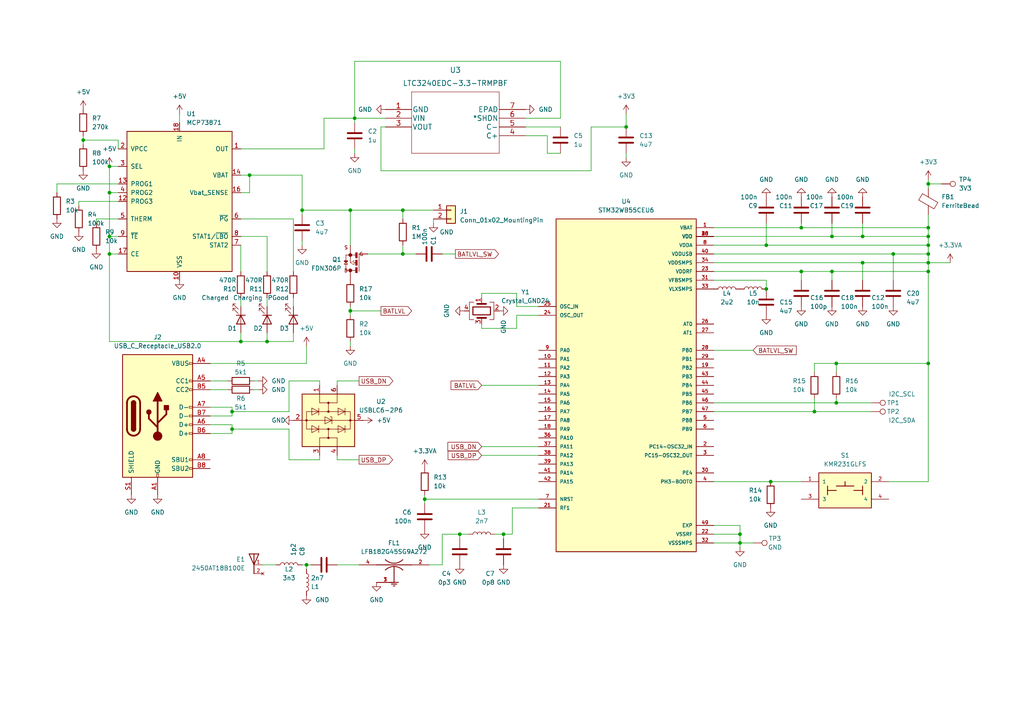
<source format=kicad_sch>
(kicad_sch (version 20211123) (generator eeschema)
  (paper "A4")
  (lib_symbols
    (symbol "2450AT18B100E:2450AT18B100E" (pin_names (offset 1.016) hide)
      (property "Reference" "E" (at 2.032 0.762 0))
      (property "Value" "2450AT18B100E" (at 2.159 -1.016 0))
      (symbol "2450AT18B100E_0_0"
        (pin passive line (at -2.54 0 0) (length 2.54) (name "~") (number "1"))
        (pin no_connect line (at -2.54 -2.54 0) (length 2.54) (name "~") (number "2"))
      )
    )
    (symbol "Battery_Management:MCP73871" (pin_names (offset 1.016))
      (property "Reference" "U" (at -7.62 24.13 0))
      (property "Value" "MCP73871" (at -15.24 21.59 0))
      (symbol "MCP73871_1_1"
        (pin power_out line (at 17.78 15.24 180) (length 2.54) (name "OUT") (number "1"))
        (pin power_in line (at 0 -22.86 90) (length 2.54) (name "VSS") (number "10"))
        (pin passive line (at 0 -22.86 90) (length 2.54) hide (name "VSS") (number "11"))
        (pin bidirectional line (at -17.78 0 0) (length 2.54) (name "PROG3") (number "12"))
        (pin bidirectional line (at -17.78 5.08 0) (length 2.54) (name "PROG1") (number "13"))
        (pin power_out line (at 17.78 7.62 180) (length 2.54) (name "VBAT") (number "14"))
        (pin passive line (at 17.78 7.62 180) (length 2.54) hide (name "VBAT") (number "15"))
        (pin input line (at 17.78 2.54 180) (length 2.54) (name "Vbat_SENSE") (number "16"))
        (pin input line (at -17.78 -15.24 0) (length 2.54) (name "CE") (number "17"))
        (pin power_in line (at 0 22.86 270) (length 2.54) (name "IN") (number "18"))
        (pin passive line (at 0 22.86 270) (length 2.54) hide (name "IN") (number "19"))
        (pin input line (at -17.78 15.24 0) (length 2.54) (name "VPCC") (number "2"))
        (pin passive line (at 17.78 15.24 180) (length 2.54) hide (name "OUT") (number "20"))
        (pin passive line (at 0 -22.86 90) (length 2.54) hide (name "VSS") (number "21"))
        (pin input line (at -17.78 10.16 0) (length 2.54) (name "SEL") (number "3"))
        (pin input line (at -17.78 2.54 0) (length 2.54) (name "PROG2") (number "4"))
        (pin bidirectional line (at -17.78 -5.08 0) (length 2.54) (name "THERM") (number "5"))
        (pin open_collector line (at 17.78 -5.08 180) (length 2.54) (name "~{PG}") (number "6"))
        (pin open_collector line (at 17.78 -12.7 180) (length 2.54) (name "STAT2") (number "7"))
        (pin open_collector line (at 17.78 -10.16 180) (length 2.54) (name "STAT1/~{LBO}") (number "8"))
        (pin input line (at -17.78 -10.16 0) (length 2.54) (name "~{TE}") (number "9"))
      )
    )
    (symbol "Connector:TestPoint" (pin_numbers hide) (pin_names (offset 0.762) hide)
      (property "Reference" "TP" (at 0 6.858 0))
      (property "Value" "TestPoint" (at 0 5.08 0))
      (symbol "TestPoint_1_1"
        (pin passive line (at 0 0 90) (length 2.54) (name "1") (number "1"))
      )
    )
    (symbol "Connector:USB_C_Receptacle_USB2.0" (pin_names (offset 1.016))
      (property "Reference" "J" (at -10.16 19.05 0))
      (property "Value" "USB_C_Receptacle_USB2.0" (at 19.05 19.05 0))
      (symbol "USB_C_Receptacle_USB2.0_1_1"
        (pin passive line (at 0 -22.86 90) (length 5.08) (name "GND") (number "A1"))
        (pin passive line (at 0 -22.86 90) (length 5.08) hide (name "GND") (number "A12"))
        (pin passive line (at 15.24 15.24 180) (length 5.08) (name "VBUS") (number "A4"))
        (pin bidirectional line (at 15.24 10.16 180) (length 5.08) (name "CC1") (number "A5"))
        (pin bidirectional line (at 15.24 -2.54 180) (length 5.08) (name "D+") (number "A6"))
        (pin bidirectional line (at 15.24 2.54 180) (length 5.08) (name "D-") (number "A7"))
        (pin bidirectional line (at 15.24 -12.7 180) (length 5.08) (name "SBU1") (number "A8"))
        (pin passive line (at 15.24 15.24 180) (length 5.08) hide (name "VBUS") (number "A9"))
        (pin passive line (at 0 -22.86 90) (length 5.08) hide (name "GND") (number "B1"))
        (pin passive line (at 0 -22.86 90) (length 5.08) hide (name "GND") (number "B12"))
        (pin passive line (at 15.24 15.24 180) (length 5.08) hide (name "VBUS") (number "B4"))
        (pin bidirectional line (at 15.24 7.62 180) (length 5.08) (name "CC2") (number "B5"))
        (pin bidirectional line (at 15.24 -5.08 180) (length 5.08) (name "D+") (number "B6"))
        (pin bidirectional line (at 15.24 0 180) (length 5.08) (name "D-") (number "B7"))
        (pin bidirectional line (at 15.24 -15.24 180) (length 5.08) (name "SBU2") (number "B8"))
        (pin passive line (at 15.24 15.24 180) (length 5.08) hide (name "VBUS") (number "B9"))
        (pin passive line (at -7.62 -22.86 90) (length 5.08) (name "SHIELD") (number "S1"))
      )
    )
    (symbol "Connector_Generic:Conn_01x02" (pin_names (offset 1.016) hide)
      (property "Reference" "J" (at 0 2.54 0))
      (property "Value" "Conn_01x02" (at 0 -5.08 0))
      (symbol "Conn_01x02_1_1"
        (pin passive line (at -5.08 0 0) (length 3.81) (name "Pin_1") (number "1"))
        (pin passive line (at -5.08 -2.54 0) (length 3.81) (name "Pin_2") (number "2"))
      )
    )
    (symbol "Device:C" (pin_numbers hide) (pin_names (offset 0.254))
      (property "Reference" "C" (at 0.635 2.54 0))
      (property "Value" "C" (at 0.635 -2.54 0))
      (symbol "C_1_1"
        (pin passive line (at 0 3.81 270) (length 2.794) (name "~") (number "1"))
        (pin passive line (at 0 -3.81 90) (length 2.794) (name "~") (number "2"))
      )
    )
    (symbol "Device:Crystal_GND24" (pin_names (offset 1.016) hide)
      (property "Reference" "Y" (at 3.175 5.08 0))
      (property "Value" "Crystal_GND24" (at 3.175 3.175 0))
      (symbol "Crystal_GND24_1_1"
        (pin passive line (at -3.81 0 0) (length 1.27) (name "1") (number "1"))
        (pin passive line (at 0 5.08 270) (length 1.27) (name "2") (number "2"))
        (pin passive line (at 3.81 0 180) (length 1.27) (name "3") (number "3"))
        (pin passive line (at 0 -5.08 90) (length 1.27) (name "4") (number "4"))
      )
    )
    (symbol "Device:FerriteBead" (pin_numbers hide) (pin_names (offset 0))
      (property "Reference" "FB" (at -3.81 0.635 90))
      (property "Value" "FerriteBead" (at 3.81 0 90))
      (symbol "FerriteBead_1_1"
        (pin passive line (at 0 3.81 270) (length 2.54) (name "~") (number "1"))
        (pin passive line (at 0 -3.81 90) (length 2.54) (name "~") (number "2"))
      )
    )
    (symbol "Device:L" (pin_numbers hide) (pin_names (offset 1.016) hide)
      (property "Reference" "L" (at -1.27 0 90))
      (property "Value" "L" (at 1.905 0 90))
      (symbol "L_1_1"
        (pin passive line (at 0 3.81 270) (length 1.27) (name "1") (number "1"))
        (pin passive line (at 0 -3.81 90) (length 1.27) (name "2") (number "2"))
      )
    )
    (symbol "Device:LED" (pin_numbers hide) (pin_names (offset 1.016) hide)
      (property "Reference" "D" (at 0 2.54 0))
      (property "Value" "LED" (at 0 -2.54 0))
      (symbol "LED_1_1"
        (pin passive line (at -3.81 0 0) (length 2.54) (name "K") (number "1"))
        (pin passive line (at 3.81 0 180) (length 2.54) (name "A") (number "2"))
      )
    )
    (symbol "Device:R" (pin_numbers hide) (pin_names (offset 0))
      (property "Reference" "R" (at 2.032 0 90))
      (property "Value" "R" (at 0 0 90))
      (symbol "R_1_1"
        (pin passive line (at 0 3.81 270) (length 1.27) (name "~") (number "1"))
        (pin passive line (at 0 -3.81 90) (length 1.27) (name "~") (number "2"))
      )
    )
    (symbol "FDN306P:FDN306P" (pin_numbers hide) (pin_names (offset 1.016) hide)
      (property "Reference" "Q" (at 2.54 0 0))
      (property "Value" "FDN306P" (at 2.54 -2.54 0))
      (symbol "FDN306P_0_0"
        (text "D" (at 0.635 2.8702 0) (effects (font (size 1.016 1.016)) (justify left bottom)))
        (text "G" (at -3.81 -1.905 0) (effects (font (size 1.016 1.016)) (justify left bottom)))
        (text "S" (at 0.635 -3.81 0) (effects (font (size 1.016 1.016)) (justify left bottom)))
        (pin passive line (at -5.08 -2.54 0) (length 2.54) (name "~") (number "1"))
        (pin passive line (at 0 -5.08 90) (length 2.54) (name "~") (number "2"))
        (pin passive line (at 0 5.08 270) (length 2.54) (name "~") (number "3"))
      )
    )
    (symbol "KMR231GLFS:KMR231GLFS" (pin_names (offset 1.016))
      (property "Reference" "S" (at -7.62 5.08 0))
      (property "Value" "KMR231GLFS" (at -7.62 -7.62 0))
      (symbol "KMR231GLFS_0_0"
        (pin bidirectional line (at -12.7 2.54 0) (length 5.08) (name "1") (number "1"))
        (pin bidirectional line (at 12.7 2.54 180) (length 5.08) (name "2") (number "2"))
        (pin bidirectional line (at -12.7 -2.54 0) (length 5.08) (name "3") (number "3"))
        (pin bidirectional line (at 12.7 -2.54 180) (length 5.08) (name "4") (number "4"))
      )
    )
    (symbol "LFB182G45SG9A272:LFB182G45SG9A272" (pin_names (offset 1.016) hide)
      (property "Reference" "FL" (at -5.08 2.54 0))
      (property "Value" "LFB182G45SG9A272" (at -5.08 -10.16 0))
      (symbol "LFB182G45SG9A272_0_0"
        (pin power_in line (at -5.08 -5.08 0) (length 5.08) (name "~") (number "1"))
        (pin output line (at 10.16 0 180) (length 5.08) (name "~") (number "2"))
        (pin power_in line (at -5.08 -5.08 0) (length 5.08) (name "~") (number "3"))
        (pin input line (at -10.16 0 0) (length 5.08) (name "~") (number "4"))
      )
    )
    (symbol "LTC3240EDC-3_3_linear:LTC3240EDC-3.3-TRMPBF" (pin_names (offset 0.254))
      (property "Reference" "U" (at 20.32 10.16 0))
      (property "Value" "LTC3240EDC-3.3-TRMPBF" (at 20.32 7.62 0))
      (symbol "LTC3240EDC-3.3-TRMPBF_1_1"
        (pin power_in line (at 0 0 0) (length 7.62) (name "GND") (number "1"))
        (pin input line (at 0 -2.54 0) (length 7.62) (name "VIN") (number "2"))
        (pin output line (at 0 -5.08 0) (length 7.62) (name "VOUT") (number "3"))
        (pin unspecified line (at 40.64 -7.62 180) (length 7.62) (name "C+") (number "4"))
        (pin unspecified line (at 40.64 -5.08 180) (length 7.62) (name "C-") (number "5"))
        (pin input line (at 40.64 -2.54 180) (length 7.62) (name "*SHDN") (number "6"))
        (pin unspecified line (at 40.64 0 180) (length 7.62) (name "EPAD") (number "7"))
      )
    )
    (symbol "Power_Protection:USBLC6-2P6" (pin_names hide)
      (property "Reference" "U" (at 2.54 8.89 0))
      (property "Value" "USBLC6-2P6" (at 2.54 -8.89 0))
      (symbol "USBLC6-2P6_1_1"
        (pin passive line (at -10.16 -2.54 0) (length 2.54) (name "I/O1") (number "1"))
        (pin passive line (at 0 -10.16 90) (length 2.54) (name "GND") (number "2"))
        (pin passive line (at 10.16 -2.54 180) (length 2.54) (name "I/O2") (number "3"))
        (pin passive line (at 10.16 2.54 180) (length 2.54) (name "I/O2") (number "4"))
        (pin passive line (at 0 10.16 270) (length 2.54) (name "VBUS") (number "5"))
        (pin passive line (at -10.16 2.54 0) (length 2.54) (name "I/O1") (number "6"))
      )
    )
    (symbol "STM32WB55CEU6:STM32WB55CEU6" (pin_names (offset 1.016))
      (property "Reference" "U" (at -20.32 49.53 0))
      (property "Value" "STM32WB55CEU6" (at -20.32 -49.53 0))
      (symbol "STM32WB55CEU6_0_0"
        (pin power_in line (at 25.4 45.72 180) (length 5.08) (name "VBAT") (number "1"))
        (pin bidirectional line (at -25.4 7.62 0) (length 5.08) (name "PA1") (number "10"))
        (pin bidirectional line (at -25.4 5.08 0) (length 5.08) (name "PA2") (number "11"))
        (pin bidirectional line (at -25.4 2.54 0) (length 5.08) (name "PA3") (number "12"))
        (pin bidirectional line (at -25.4 0 0) (length 5.08) (name "PA4") (number "13"))
        (pin bidirectional line (at -25.4 -2.54 0) (length 5.08) (name "PA5") (number "14"))
        (pin bidirectional line (at -25.4 -5.08 0) (length 5.08) (name "PA6") (number "15"))
        (pin bidirectional line (at -25.4 -7.62 0) (length 5.08) (name "PA7") (number "16"))
        (pin bidirectional line (at -25.4 -10.16 0) (length 5.08) (name "PA8") (number "17"))
        (pin bidirectional line (at -25.4 -12.7 0) (length 5.08) (name "PA9") (number "18"))
        (pin bidirectional line (at 25.4 5.08 180) (length 5.08) (name "PB2") (number "19"))
        (pin bidirectional line (at 25.4 -17.78 180) (length 5.08) (name "PC14-OSC32_IN") (number "2"))
        (pin power_in line (at 25.4 43.18 180) (length 5.08) (name "VDD") (number "20"))
        (pin bidirectional line (at -25.4 -35.56 0) (length 5.08) (name "RF1") (number "21"))
        (pin power_in line (at 25.4 -43.18 180) (length 5.08) (name "VSSRF") (number "22"))
        (pin power_in line (at 25.4 33.02 180) (length 5.08) (name "VDDRF") (number "23"))
        (pin output line (at -25.4 20.32 0) (length 5.08) (name "OSC_OUT") (number "24"))
        (pin input line (at -25.4 22.86 0) (length 5.08) (name "OSC_IN") (number "25"))
        (pin output line (at 25.4 17.78 180) (length 5.08) (name "AT0") (number "26"))
        (pin output line (at 25.4 15.24 180) (length 5.08) (name "AT1") (number "27"))
        (pin bidirectional line (at 25.4 10.16 180) (length 5.08) (name "PB0") (number "28"))
        (pin bidirectional line (at 25.4 7.62 180) (length 5.08) (name "PB1") (number "29"))
        (pin bidirectional line (at 25.4 -20.32 180) (length 5.08) (name "PC15-OSC32_OUT") (number "3"))
        (pin bidirectional line (at 25.4 -25.4 180) (length 5.08) (name "PE4") (number "30"))
        (pin power_in line (at 25.4 30.48 180) (length 5.08) (name "VFBSMPS") (number "31"))
        (pin power_in line (at 25.4 -45.72 180) (length 5.08) (name "VSSSMPS") (number "32"))
        (pin power_in line (at 25.4 27.94 180) (length 5.08) (name "VLXSMPS") (number "33"))
        (pin power_in line (at 25.4 35.56 180) (length 5.08) (name "VDDSMPS") (number "34"))
        (pin power_in line (at 25.4 43.18 180) (length 5.08) (name "VDD") (number "35"))
        (pin bidirectional line (at -25.4 -15.24 0) (length 5.08) (name "PA10") (number "36"))
        (pin bidirectional line (at -25.4 -17.78 0) (length 5.08) (name "PA11") (number "37"))
        (pin bidirectional line (at -25.4 -20.32 0) (length 5.08) (name "PA12") (number "38"))
        (pin bidirectional line (at -25.4 -22.86 0) (length 5.08) (name "PA13") (number "39"))
        (pin bidirectional line (at 25.4 -27.94 180) (length 5.08) (name "PH3-BOOT0") (number "4"))
        (pin power_in line (at 25.4 38.1 180) (length 5.08) (name "VDDUSB") (number "40"))
        (pin bidirectional line (at -25.4 -25.4 0) (length 5.08) (name "PA14") (number "41"))
        (pin bidirectional line (at -25.4 -27.94 0) (length 5.08) (name "PA15") (number "42"))
        (pin bidirectional line (at 25.4 2.54 180) (length 5.08) (name "PB3") (number "43"))
        (pin bidirectional line (at 25.4 0 180) (length 5.08) (name "PB4") (number "44"))
        (pin bidirectional line (at 25.4 -2.54 180) (length 5.08) (name "PB5") (number "45"))
        (pin bidirectional line (at 25.4 -5.08 180) (length 5.08) (name "PB6") (number "46"))
        (pin bidirectional line (at 25.4 -7.62 180) (length 5.08) (name "PB7") (number "47"))
        (pin power_in line (at 25.4 43.18 180) (length 5.08) (name "VDD") (number "48"))
        (pin power_in line (at 25.4 -40.64 180) (length 5.08) (name "EXP") (number "49"))
        (pin bidirectional line (at 25.4 -10.16 180) (length 5.08) (name "PB8") (number "5"))
        (pin bidirectional line (at 25.4 -12.7 180) (length 5.08) (name "PB9") (number "6"))
        (pin bidirectional line (at -25.4 -33.02 0) (length 5.08) (name "NRST") (number "7"))
        (pin power_in line (at 25.4 40.64 180) (length 5.08) (name "VDDA") (number "8"))
        (pin bidirectional line (at -25.4 10.16 0) (length 5.08) (name "PA0") (number "9"))
      )
    )
    (symbol "power:+3.3V" (power) (pin_names (offset 0))
      (property "Value" "+3.3V" (at 0 3.556 0))
      (symbol "+3.3V_1_1"
        (pin power_in line (at 0 0 90) (length 0) hide (name "+3V3") (number "1"))
      )
    )
    (symbol "power:+3.3VA" (power) (pin_names (offset 0))
      (property "Value" "+3.3VA" (at 0 3.556 0))
      (symbol "+3.3VA_1_1"
        (pin power_in line (at 0 0 90) (length 0) hide (name "+3.3VA") (number "1"))
      )
    )
    (symbol "power:+5V" (power) (pin_names (offset 0))
      (property "Value" "+5V" (at 0 3.556 0))
      (symbol "+5V_1_1"
        (pin power_in line (at 0 0 90) (length 0) hide (name "+5V") (number "1"))
      )
    )
    (symbol "power:GND" (power) (pin_names (offset 0))
      (property "Value" "GND" (at 0 -3.81 0))
      (symbol "GND_1_1"
        (pin power_in line (at 0 0 270) (length 0) hide (name "GND") (number "1"))
      )
    )
  )
  (junction (at 101.6 60.96))
  (junction (at 69.85 99.06))
  (junction (at 31.75 48.26))
  (junction (at 222.25 71.12))
  (junction (at 31.75 55.88))
  (junction (at 116.84 73.66))
  (junction (at 133.35 154.94))
  (junction (at 123.19 144.78))
  (junction (at 250.19 68.58))
  (junction (at 269.24 73.66))
  (junction (at 232.41 78.74))
  (junction (at 259.08 73.66))
  (junction (at 241.3 78.74))
  (junction (at 31.75 68.58))
  (junction (at 101.6 90.17))
  (junction (at 269.24 68.58))
  (junction (at 242.57 116.84))
  (junction (at 241.3 68.58))
  (junction (at 269.24 71.12))
  (junction (at 116.84 60.96))
  (junction (at 72.39 50.8))
  (junction (at 67.31 124.46))
  (junction (at 67.31 119.38))
  (junction (at 214.63 157.48))
  (junction (at 269.24 53.34))
  (junction (at 181.61 36.83))
  (junction (at 250.19 76.2))
  (junction (at 269.24 66.04))
  (junction (at 214.63 154.94))
  (junction (at 232.41 66.04))
  (junction (at 236.22 119.38))
  (junction (at 222.25 83.82))
  (junction (at 269.24 76.2))
  (junction (at 87.63 60.96))
  (junction (at 31.75 73.66))
  (junction (at 102.87 34.29))
  (junction (at 269.24 105.41))
  (junction (at 77.47 99.06))
  (junction (at 24.13 40.64))
  (junction (at 146.05 154.94))
  (junction (at 242.57 105.41))
  (junction (at 269.24 78.74))
  (junction (at 88.9 163.83))
  (junction (at 223.52 139.7))
  (wire (pts (xy 218.44 157.48) (xy 214.63 157.48)))
  (wire (pts (xy 102.87 35.56) (xy 102.87 34.29)))
  (wire (pts (xy 77.47 99.06) (xy 69.85 99.06)))
  (wire (pts (xy 116.84 73.66) (xy 120.65 73.66)))
  (wire (pts (xy 34.29 43.18) (xy 34.29 40.64)))
  (wire (pts (xy 158.75 39.37) (xy 158.75 44.45)))
  (wire (pts (xy 67.31 119.38) (xy 67.31 120.65)))
  (wire (pts (xy 93.98 34.29) (xy 102.87 34.29)))
  (wire (pts (xy 214.63 157.48) (xy 214.63 158.75)))
  (wire (pts (xy 275.59 76.2) (xy 269.24 76.2)))
  (wire (pts (xy 214.63 152.4) (xy 214.63 154.94)))
  (wire (pts (xy 77.47 88.9) (xy 77.47 86.36)))
  (wire (pts (xy 34.29 73.66) (xy 31.75 73.66)))
  (wire (pts (xy 77.47 96.52) (xy 77.47 99.06)))
  (wire (pts (xy 60.96 105.41) (xy 88.9 105.41)))
  (wire (pts (xy 92.71 110.49) (xy 83.82 110.49)))
  (wire (pts (xy 97.79 110.49) (xy 104.14 110.49)))
  (wire (pts (xy 97.79 110.49) (xy 97.79 111.76)))
  (wire (pts (xy 31.75 55.88) (xy 34.29 55.88)))
  (wire (pts (xy 207.01 139.7) (xy 223.52 139.7)))
  (wire (pts (xy 102.87 34.29) (xy 111.76 34.29)))
  (wire (pts (xy 241.3 81.28) (xy 241.3 78.74)))
  (wire (pts (xy 97.79 133.35) (xy 97.79 132.08)))
  (wire (pts (xy 116.84 71.12) (xy 116.84 73.66)))
  (wire (pts (xy 162.56 34.29) (xy 162.56 17.78)))
  (wire (pts (xy 52.07 33.02) (xy 52.07 35.56)))
  (wire (pts (xy 207.01 81.28) (xy 222.25 81.28)))
  (wire (pts (xy 149.86 91.44) (xy 149.86 95.25)))
  (wire (pts (xy 101.6 88.9) (xy 101.6 90.17)))
  (wire (pts (xy 34.29 63.5) (xy 27.94 63.5)))
  (wire (pts (xy 31.75 99.06) (xy 31.75 73.66)))
  (wire (pts (xy 207.01 116.84) (xy 242.57 116.84)))
  (wire (pts (xy 67.31 118.11) (xy 67.31 119.38)))
  (wire (pts (xy 149.86 85.09) (xy 139.7 85.09)))
  (wire (pts (xy 148.59 154.94) (xy 146.05 154.94)))
  (wire (pts (xy 60.96 125.73) (xy 67.31 125.73)))
  (wire (pts (xy 259.08 73.66) (xy 269.24 73.66)))
  (wire (pts (xy 34.29 40.64) (xy 24.13 40.64)))
  (wire (pts (xy 67.31 123.19) (xy 67.31 124.46)))
  (wire (pts (xy 232.41 81.28) (xy 232.41 78.74)))
  (wire (pts (xy 139.7 95.25) (xy 149.86 95.25)))
  (wire (pts (xy 88.9 165.1) (xy 88.9 163.83)))
  (wire (pts (xy 181.61 44.45) (xy 181.61 45.72)))
  (wire (pts (xy 69.85 50.8) (xy 72.39 50.8)))
  (wire (pts (xy 269.24 76.2) (xy 269.24 73.66)))
  (wire (pts (xy 236.22 107.95) (xy 236.22 105.41)))
  (wire (pts (xy 149.86 88.9) (xy 149.86 85.09)))
  (wire (pts (xy 156.21 132.08) (xy 139.7 132.08)))
  (wire (pts (xy 269.24 105.41) (xy 242.57 105.41)))
  (wire (pts (xy 232.41 64.77) (xy 232.41 66.04)))
  (wire (pts (xy 148.59 147.32) (xy 148.59 154.94)))
  (wire (pts (xy 60.96 123.19) (xy 67.31 123.19)))
  (wire (pts (xy 123.19 146.05) (xy 123.19 144.78)))
  (wire (pts (xy 218.44 101.6) (xy 207.01 101.6)))
  (wire (pts (xy 92.71 132.08) (xy 92.71 133.35)))
  (wire (pts (xy 87.63 163.83) (xy 88.9 163.83)))
  (wire (pts (xy 207.01 66.04) (xy 232.41 66.04)))
  (wire (pts (xy 269.24 76.2) (xy 269.24 78.74)))
  (wire (pts (xy 222.25 64.77) (xy 222.25 71.12)))
  (wire (pts (xy 87.63 71.12) (xy 87.63 69.85)))
  (wire (pts (xy 83.82 110.49) (xy 83.82 119.38)))
  (wire (pts (xy 22.86 58.42) (xy 22.86 59.69)))
  (wire (pts (xy 259.08 81.28) (xy 259.08 73.66)))
  (wire (pts (xy 110.49 36.83) (xy 110.49 49.53)))
  (wire (pts (xy 74.93 113.03) (xy 73.66 113.03)))
  (wire (pts (xy 87.63 62.23) (xy 87.63 60.96)))
  (wire (pts (xy 72.39 55.88) (xy 72.39 50.8)))
  (wire (pts (xy 269.24 53.34) (xy 273.05 53.34)))
  (wire (pts (xy 88.9 163.83) (xy 90.17 163.83)))
  (wire (pts (xy 16.51 53.34) (xy 16.51 55.88)))
  (wire (pts (xy 146.05 154.94) (xy 146.05 156.21)))
  (wire (pts (xy 110.49 49.53) (xy 171.45 49.53)))
  (wire (pts (xy 87.63 60.96) (xy 87.63 50.8)))
  (wire (pts (xy 269.24 139.7) (xy 269.24 105.41)))
  (wire (pts (xy 222.25 81.28) (xy 222.25 83.82)))
  (wire (pts (xy 93.98 43.18) (xy 93.98 34.29)))
  (wire (pts (xy 139.7 111.76) (xy 156.21 111.76)))
  (wire (pts (xy 139.7 93.98) (xy 139.7 95.25)))
  (wire (pts (xy 269.24 73.66) (xy 269.24 71.12)))
  (wire (pts (xy 232.41 78.74) (xy 241.3 78.74)))
  (wire (pts (xy 88.9 100.33) (xy 88.9 105.41)))
  (wire (pts (xy 242.57 116.84) (xy 252.73 116.84)))
  (wire (pts (xy 69.85 43.18) (xy 93.98 43.18)))
  (wire (pts (xy 92.71 111.76) (xy 92.71 110.49)))
  (wire (pts (xy 242.57 105.41) (xy 242.57 107.95)))
  (wire (pts (xy 152.4 39.37) (xy 158.75 39.37)))
  (wire (pts (xy 101.6 60.96) (xy 116.84 60.96)))
  (wire (pts (xy 128.27 154.94) (xy 133.35 154.94)))
  (wire (pts (xy 257.81 139.7) (xy 269.24 139.7)))
  (wire (pts (xy 269.24 62.23) (xy 269.24 66.04)))
  (wire (pts (xy 24.13 39.37) (xy 24.13 40.64)))
  (wire (pts (xy 207.01 152.4) (xy 214.63 152.4)))
  (wire (pts (xy 24.13 40.64) (xy 24.13 41.91)))
  (wire (pts (xy 181.61 36.83) (xy 181.61 33.02)))
  (wire (pts (xy 31.75 48.26) (xy 34.29 48.26)))
  (wire (pts (xy 133.35 154.94) (xy 133.35 156.21)))
  (wire (pts (xy 123.19 144.78) (xy 156.21 144.78)))
  (wire (pts (xy 72.39 50.8) (xy 87.63 50.8)))
  (wire (pts (xy 132.08 73.66) (xy 128.27 73.66)))
  (wire (pts (xy 85.09 78.74) (xy 85.09 63.5)))
  (wire (pts (xy 223.52 139.7) (xy 232.41 139.7)))
  (wire (pts (xy 250.19 68.58) (xy 269.24 68.58)))
  (wire (pts (xy 214.63 154.94) (xy 214.63 157.48)))
  (wire (pts (xy 102.87 17.78) (xy 102.87 34.29)))
  (wire (pts (xy 69.85 68.58) (xy 77.47 68.58)))
  (wire (pts (xy 232.41 66.04) (xy 269.24 66.04)))
  (wire (pts (xy 158.75 44.45) (xy 162.56 44.45)))
  (wire (pts (xy 124.46 163.83) (xy 128.27 163.83)))
  (wire (pts (xy 101.6 100.33) (xy 101.6 99.06)))
  (wire (pts (xy 31.75 73.66) (xy 31.75 68.58)))
  (wire (pts (xy 92.71 133.35) (xy 83.82 133.35)))
  (wire (pts (xy 207.01 119.38) (xy 236.22 119.38)))
  (wire (pts (xy 241.3 68.58) (xy 250.19 68.58)))
  (wire (pts (xy 106.68 73.66) (xy 116.84 73.66)))
  (wire (pts (xy 207.01 154.94) (xy 214.63 154.94)))
  (wire (pts (xy 171.45 36.83) (xy 181.61 36.83)))
  (wire (pts (xy 111.76 36.83) (xy 110.49 36.83)))
  (wire (pts (xy 269.24 53.34) (xy 269.24 54.61)))
  (wire (pts (xy 85.09 88.9) (xy 85.09 86.36)))
  (wire (pts (xy 60.96 113.03) (xy 66.04 113.03)))
  (wire (pts (xy 207.01 71.12) (xy 222.25 71.12)))
  (wire (pts (xy 116.84 60.96) (xy 125.73 60.96)))
  (wire (pts (xy 101.6 90.17) (xy 101.6 91.44)))
  (wire (pts (xy 67.31 124.46) (xy 67.31 125.73)))
  (wire (pts (xy 31.75 68.58) (xy 31.75 55.88)))
  (wire (pts (xy 87.63 60.96) (xy 101.6 60.96)))
  (wire (pts (xy 241.3 78.74) (xy 269.24 78.74)))
  (wire (pts (xy 67.31 119.38) (xy 83.82 119.38)))
  (wire (pts (xy 85.09 96.52) (xy 85.09 99.06)))
  (wire (pts (xy 27.94 63.5) (xy 27.94 64.77)))
  (wire (pts (xy 207.01 73.66) (xy 259.08 73.66)))
  (wire (pts (xy 236.22 119.38) (xy 252.73 119.38)))
  (wire (pts (xy 34.29 53.34) (xy 16.51 53.34)))
  (wire (pts (xy 69.85 99.06) (xy 31.75 99.06)))
  (wire (pts (xy 148.59 147.32) (xy 156.21 147.32)))
  (wire (pts (xy 269.24 78.74) (xy 269.24 105.41)))
  (wire (pts (xy 242.57 115.57) (xy 242.57 116.84)))
  (wire (pts (xy 60.96 110.49) (xy 66.04 110.49)))
  (wire (pts (xy 83.82 124.46) (xy 67.31 124.46)))
  (wire (pts (xy 97.79 133.35) (xy 104.14 133.35)))
  (wire (pts (xy 250.19 64.77) (xy 250.19 68.58)))
  (wire (pts (xy 135.89 154.94) (xy 133.35 154.94)))
  (wire (pts (xy 102.87 44.45) (xy 102.87 43.18)))
  (wire (pts (xy 250.19 81.28) (xy 250.19 76.2)))
  (wire (pts (xy 269.24 52.07) (xy 269.24 53.34)))
  (wire (pts (xy 207.01 68.58) (xy 241.3 68.58)))
  (wire (pts (xy 67.31 120.65) (xy 60.96 120.65)))
  (wire (pts (xy 236.22 115.57) (xy 236.22 119.38)))
  (wire (pts (xy 207.01 76.2) (xy 250.19 76.2)))
  (wire (pts (xy 69.85 96.52) (xy 69.85 99.06)))
  (wire (pts (xy 162.56 17.78) (xy 102.87 17.78)))
  (wire (pts (xy 139.7 85.09) (xy 139.7 86.36)))
  (wire (pts (xy 69.85 63.5) (xy 85.09 63.5)))
  (wire (pts (xy 269.24 71.12) (xy 269.24 68.58)))
  (wire (pts (xy 101.6 60.96) (xy 101.6 71.12)))
  (wire (pts (xy 222.25 71.12) (xy 269.24 71.12)))
  (wire (pts (xy 156.21 91.44) (xy 149.86 91.44)))
  (wire (pts (xy 207.01 78.74) (xy 232.41 78.74)))
  (wire (pts (xy 60.96 118.11) (xy 67.31 118.11)))
  (wire (pts (xy 77.47 68.58) (xy 77.47 78.74)))
  (wire (pts (xy 116.84 60.96) (xy 116.84 63.5)))
  (wire (pts (xy 128.27 163.83) (xy 128.27 154.94)))
  (wire (pts (xy 97.79 163.83) (xy 104.14 163.83)))
  (wire (pts (xy 69.85 71.12) (xy 69.85 78.74)))
  (wire (pts (xy 22.86 58.42) (xy 34.29 58.42)))
  (wire (pts (xy 69.85 55.88) (xy 72.39 55.88)))
  (wire (pts (xy 83.82 133.35) (xy 83.82 124.46)))
  (wire (pts (xy 101.6 90.17) (xy 110.49 90.17)))
  (wire (pts (xy 171.45 49.53) (xy 171.45 36.83)))
  (wire (pts (xy 250.19 76.2) (xy 269.24 76.2)))
  (wire (pts (xy 241.3 64.77) (xy 241.3 68.58)))
  (wire (pts (xy 69.85 88.9) (xy 69.85 86.36)))
  (wire (pts (xy 125.73 63.5) (xy 125.73 64.77)))
  (wire (pts (xy 146.05 154.94) (xy 143.51 154.94)))
  (wire (pts (xy 123.19 143.51) (xy 123.19 144.78)))
  (wire (pts (xy 152.4 34.29) (xy 162.56 34.29)))
  (wire (pts (xy 85.09 99.06) (xy 77.47 99.06)))
  (wire (pts (xy 31.75 68.58) (xy 34.29 68.58)))
  (wire (pts (xy 149.86 88.9) (xy 156.21 88.9)))
  (wire (pts (xy 31.75 55.88) (xy 31.75 48.26)))
  (wire (pts (xy 214.63 157.48) (xy 207.01 157.48)))
  (wire (pts (xy 156.21 129.54) (xy 139.7 129.54)))
  (wire (pts (xy 74.93 110.49) (xy 73.66 110.49)))
  (wire (pts (xy 236.22 105.41) (xy 242.57 105.41)))
  (wire (pts (xy 80.01 163.83) (xy 76.2 163.83)))
  (wire (pts (xy 269.24 68.58) (xy 269.24 66.04)))
  (wire (pts (xy 152.4 36.83) (xy 162.56 36.83)))
  (global_label "USB_DN" (shape input) (at 139.7 129.54 180) (property "Intersheet References" "${INTERSHEET_REFS}" (effects hide)))
  (global_label "USB_DN" (shape output) (at 104.14 110.49 0) (property "Intersheet References" "${INTERSHEET_REFS}" (effects hide)))
  (global_label "USB_DP" (shape output) (at 104.14 133.35 0) (property "Intersheet References" "${INTERSHEET_REFS}" (effects hide)))
  (global_label "BATLVL" (shape input) (at 139.7 111.76 180) (property "Intersheet References" "${INTERSHEET_REFS}" (effects hide)))
  (global_label "BATLVL_SW" (shape input) (at 218.44 101.6 0) (property "Intersheet References" "${INTERSHEET_REFS}" (effects hide)))
  (global_label "USB_DP" (shape input) (at 139.7 132.08 180) (property "Intersheet References" "${INTERSHEET_REFS}" (effects hide)))
  (global_label "BATLVL" (shape output) (at 110.49 90.17 0) (property "Intersheet References" "${INTERSHEET_REFS}" (effects hide)))
  (global_label "BATLVL_SW" (shape output) (at 132.08 73.66 0) (property "Intersheet References" "${INTERSHEET_REFS}" (effects hide)))
  (symbol (lib_id "power:GND") (at 101.6 100.33 0) (unit 1)
    (property "Reference" "#PWR0104" (effects hide))
    (property "Value" "GND" (at 101.6 105.41 0))
  )
  (symbol (lib_id "Power_Protection:USBLC6-2P6") (at 95.25 121.92 270) (unit 1)
    (property "Reference" "U2" (at 110.49 116.4588 90))
    (property "Value" "USBLC6-2P6" (at 110.49 118.9988 90))
    (property "Footprint" "Package_TO_SOT_SMD:SOT-666" (effects hide))
    (property "Datasheet" "https://www.st.com/resource/en/datasheet/usblc6-2.pdf" (effects hide))
  )
  (symbol (lib_id "power:GND") (at 16.51 63.5 0) (unit 1)
    (property "Reference" "#PWR0103" (effects hide))
    (property "Value" "GND" (at 16.51 68.58 0))
  )
  (symbol (lib_id "power:+5V") (at 88.9 100.33 0) (unit 1)
    (property "Reference" "#PWR011" (effects hide))
    (property "Value" "+5V" (at 88.9 95.25 0))
  )
  (symbol (lib_id "LFB182G45SG9A272:LFB182G45SG9A272") (at 114.3 163.83 0) (unit 1)
    (property "Reference" "FL1" (at 114.3 157.48 0))
    (property "Value" "LFB182G45SG9A272" (at 114.3 160.02 0))
    (property "Footprint" "SnapEDA Library:FIL_LFB182G45SG9A272" (effects hide))
    (property "STANDARD" "Manufacturer Recommendations" (effects hide))
    (property "MAXIMUM_PACKAGE_HEIGHT" "0.7mm" (effects hide))
    (property "PARTREV" "N/A" (effects hide))
    (property "MANUFACTURER" "Murata" (effects hide))
  )
  (symbol (lib_id "Device:C") (at 162.56 40.64 0) (unit 1)
    (property "Reference" "C5" (at 166.37 39.3699 0) (effects (justify left)))
    (property "Value" "1u" (at 166.37 41.9099 0) (effects (justify left)))
    (property "Footprint" "Capacitor_SMD:C_0402_1005Metric" (effects hide))
  )
  (symbol (lib_id "Device:C") (at 222.25 60.96 180) (unit 1)
    (property "Reference" "C9" (at 219.71 59.69 0) (effects (justify left)))
    (property "Value" "100n" (at 219.71 57.15 0) (effects (justify left)))
    (property "Footprint" "Capacitor_SMD:C_0402_1005Metric" (effects hide))
  )
  (symbol (lib_id "Device:L") (at 139.7 154.94 270) (mirror x) (unit 1)
    (property "Reference" "L3" (at 139.7 148.59 90))
    (property "Value" "2n7" (at 139.7 151.13 90))
    (property "Footprint" "Inductor_SMD:L_0402_1005Metric" (effects hide))
  )
  (symbol (lib_id "Device:R") (at 16.51 59.69 0) (unit 1)
    (property "Reference" "R3" (at 19.05 58.4199 0) (effects (justify left)))
    (property "Value" "10k" (at 19.05 60.9599 0) (effects (justify left)))
    (property "Footprint" "Resistor_SMD:R_0402_1005Metric" (effects hide))
  )
  (symbol (lib_id "power:GND") (at 88.9 172.72 0) (mirror y) (unit 1)
    (property "Reference" "#PWR0107" (effects hide))
    (property "Value" "GND" (at 91.44 173.9901 0) (effects (justify right)))
  )
  (symbol (lib_id "power:GND") (at 259.08 88.9 0) (unit 1)
    (property "Reference" "#PWR0116" (effects hide))
    (property "Value" "GND" (at 259.08 93.98 0))
  )
  (symbol (lib_id "Device:R") (at 69.85 113.03 90) (unit 1)
    (property "Reference" "R6" (at 69.85 115.57 90))
    (property "Value" "5k1" (at 69.85 118.11 90))
    (property "Footprint" "Resistor_SMD:R_0402_1005Metric" (effects hide))
  )
  (symbol (lib_id "power:GND") (at 74.93 110.49 90) (unit 1)
    (property "Reference" "#PWR08" (effects hide))
    (property "Value" "GND" (at 78.74 110.4899 90) (effects (justify right)))
  )
  (symbol (lib_id "Device:R") (at 101.6 95.25 0) (unit 1)
    (property "Reference" "R2" (at 104.14 93.9799 0) (effects (justify left)))
    (property "Value" "10k" (at 104.14 96.5199 0) (effects (justify left)))
    (property "Footprint" "Resistor_SMD:R_0402_1005Metric" (effects hide))
  )
  (symbol (lib_id "power:+5V") (at 31.75 48.26 0) (unit 1)
    (property "Reference" "#PWR0111" (effects hide))
    (property "Value" "+5V" (at 31.75 43.18 0))
  )
  (symbol (lib_id "power:GND") (at 152.4 31.75 90) (mirror x) (unit 1)
    (property "Reference" "#PWR0129" (effects hide))
    (property "Value" "GND" (at 156.21 31.7499 90) (effects (justify right)))
  )
  (symbol (lib_id "LTC3240EDC-3_3_linear:LTC3240EDC-3.3-TRMPBF") (at 111.76 31.75 0) (unit 1)
    (property "Reference" "U3" (at 132.08 20.32 0) (effects (font (size 1.524 1.524))))
    (property "Value" "LTC3240EDC-3.3-TRMPBF" (at 132.08 24.13 0) (effects (font (size 1.524 1.524))))
    (property "Footprint" "Package_DFN_QFN:DFN-6-1EP_2x2mm_P0.5mm_EP0.61x1.42mm" (effects hide))
  )
  (symbol (lib_id "Device:C") (at 102.87 39.37 0) (unit 1)
    (property "Reference" "C2" (at 106.68 38.0999 0) (effects (justify left)))
    (property "Value" "1u" (at 106.68 40.6399 0) (effects (justify left)))
    (property "Footprint" "Capacitor_SMD:C_0402_1005Metric" (effects hide))
  )
  (symbol (lib_id "power:GND") (at 146.05 163.83 0) (unit 1)
    (property "Reference" "#PWR0120" (effects hide))
    (property "Value" "GND" (at 146.05 168.91 0))
  )
  (symbol (lib_id "power:+5V") (at 105.41 121.92 270) (unit 1)
    (property "Reference" "#PWR0117" (effects hide))
    (property "Value" "+5V" (at 109.22 121.9199 90) (effects (justify left)))
  )
  (symbol (lib_id "power:GND") (at 87.63 71.12 0) (unit 1)
    (property "Reference" "#PWR012" (effects hide))
    (property "Value" "GND" (at 87.63 76.2 0))
  )
  (symbol (lib_id "Device:R") (at 116.84 67.31 0) (unit 1)
    (property "Reference" "R1" (at 119.38 66.0399 0) (effects (justify left)))
    (property "Value" "1M" (at 119.38 68.5799 0) (effects (justify left)))
    (property "Footprint" "Resistor_SMD:R_0402_1005Metric" (effects hide))
  )
  (symbol (lib_id "Device:C") (at 93.98 163.83 270) (mirror x) (unit 1)
    (property "Reference" "C8" (at 87.63 161.29 0) (effects (justify left)))
    (property "Value" "1p2" (at 85.09 161.29 0) (effects (justify left)))
    (property "Footprint" "Capacitor_SMD:C_0402_1005Metric" (effects hide))
  )
  (symbol (lib_id "2450AT18B100E:2450AT18B100E") (at 73.66 163.83 0) (mirror y) (unit 1)
    (property "Reference" "E1" (at 71.12 162.2424 0) (effects (justify left)))
    (property "Value" "2450AT18B100E" (at 71.12 164.7824 0) (effects (justify left)))
    (property "Footprint" "XDCR_2450AT18B100E" (effects hide))
    (property "STANDARD" "Manufacturer Recommendation" (effects hide))
    (property "MAXIMUM_PACKAGE_HEIGHT" "1.4 mm" (effects hide))
    (property "MANUFACTURER" "Johanson Technology" (effects hide))
    (property "PARTREV" "4.0" (effects hide))
  )
  (symbol (lib_id "Connector:TestPoint") (at 252.73 119.38 270) (mirror x) (unit 1)
    (property "Reference" "TP2" (at 259.08 119.38 90))
    (property "Value" "I2C_SDA" (at 261.62 121.92 90))
    (property "Footprint" "TestPoint:TestPoint_Pad_D4.0mm" (effects hide))
  )
  (symbol (lib_id "power:GND") (at 85.09 121.92 270) (unit 1)
    (property "Reference" "#PWR0105" (effects hide))
    (property "Value" "GND" (at 78.74 121.92 90) (effects (justify left)))
  )
  (symbol (lib_id "power:+3.3V") (at 269.24 52.07 0) (mirror y) (unit 1)
    (property "Reference" "#PWR017" (effects hide))
    (property "Value" "+3.3V" (at 269.24 46.99 0))
  )
  (symbol (lib_id "Device:R") (at 77.47 82.55 180) (unit 1)
    (property "Reference" "R11" (at 76.2 83.82 0) (effects (justify left)))
    (property "Value" "470R" (at 76.2 81.28 0) (effects (justify left)))
    (property "Footprint" "Resistor_SMD:R_0402_1005Metric" (effects hide))
  )
  (symbol (lib_id "Device:R") (at 24.13 45.72 0) (unit 1)
    (property "Reference" "R8" (at 26.67 44.4499 0) (effects (justify left)))
    (property "Value" "100k" (at 26.67 46.9899 0) (effects (justify left)))
    (property "Footprint" "Resistor_SMD:R_0402_1005Metric" (effects hide))
  )
  (symbol (lib_id "Device:LED") (at 77.47 92.71 270) (unit 1)
    (property "Reference" "D2" (at 76.2 95.25 90) (effects (justify right)))
    (property "Value" "Charging" (at 76.2 86.36 90) (effects (justify right)))
    (property "Footprint" "Diode_SMD:D_0402_1005Metric" (effects hide))
  )
  (symbol (lib_id "Device:C") (at 232.41 60.96 180) (unit 1)
    (property "Reference" "C11" (at 229.87 59.69 0) (effects (justify left)))
    (property "Value" "100n" (at 229.87 57.15 0) (effects (justify left)))
    (property "Footprint" "Capacitor_SMD:C_0402_1005Metric" (effects hide))
  )
  (symbol (lib_id "Device:C") (at 259.08 85.09 0) (unit 1)
    (property "Reference" "C20" (at 262.89 85.09 0) (effects (justify left)))
    (property "Value" "4u7" (at 262.89 87.63 0) (effects (justify left)))
    (property "Footprint" "Capacitor_SMD:C_0603_1608Metric" (effects hide))
  )
  (symbol (lib_id "Device:L") (at 218.44 83.82 270) (mirror x) (unit 1)
    (property "Reference" "L5" (at 218.44 85.09 90))
    (property "Value" "10n" (at 218.44 87.63 90))
    (property "Footprint" "Inductor_SMD:L_0402_1005Metric" (effects hide))
  )
  (symbol (lib_id "Device:C") (at 250.19 60.96 180) (unit 1)
    (property "Reference" "C19" (at 247.65 59.69 0) (effects (justify left)))
    (property "Value" "100n" (at 247.65 57.15 0) (effects (justify left)))
    (property "Footprint" "Capacitor_SMD:C_0402_1005Metric" (effects hide))
  )
  (symbol (lib_id "Device:R") (at 123.19 139.7 0) (unit 1)
    (property "Reference" "R13" (at 125.73 138.4299 0) (effects (justify left)))
    (property "Value" "10k" (at 125.73 140.9699 0) (effects (justify left)))
    (property "Footprint" "Resistor_SMD:R_0402_1005Metric" (effects hide))
  )
  (symbol (lib_id "Device:L") (at 210.82 83.82 270) (mirror x) (unit 1)
    (property "Reference" "L4" (at 210.82 85.09 90))
    (property "Value" "2u2" (at 210.82 87.63 90))
    (property "Footprint" "Inductor_SMD:L_0402_1005Metric" (effects hide))
  )
  (symbol (lib_id "power:GND") (at 74.93 113.03 90) (unit 1)
    (property "Reference" "#PWR09" (effects hide))
    (property "Value" "GND" (at 78.74 113.0299 90) (effects (justify right)))
  )
  (symbol (lib_id "Device:R") (at 236.22 111.76 0) (unit 1)
    (property "Reference" "R15" (at 229.87 110.49 0) (effects (justify left)))
    (property "Value" "10k" (at 229.87 113.03 0) (effects (justify left)))
    (property "Footprint" "Resistor_SMD:R_0402_1005Metric" (effects hide))
  )
  (symbol (lib_id "Device:C") (at 123.19 149.86 0) (mirror y) (unit 1)
    (property "Reference" "C6" (at 119.38 148.5899 0) (effects (justify left)))
    (property "Value" "100n" (at 119.38 151.1299 0) (effects (justify left)))
    (property "Footprint" "Capacitor_SMD:C_0402_1005Metric" (effects hide))
  )
  (symbol (lib_id "power:+3.3V") (at 181.61 33.02 0) (unit 1)
    (property "Reference" "#PWR015" (effects hide))
    (property "Value" "+3.3V" (at 181.61 27.94 0))
  )
  (symbol (lib_id "power:GND") (at 222.25 91.44 0) (unit 1)
    (property "Reference" "#PWR0126" (effects hide))
    (property "Value" "GND" (at 222.25 96.52 0))
  )
  (symbol (lib_id "power:GND") (at 109.22 168.91 0) (unit 1)
    (property "Reference" "#PWR0121" (effects hide))
    (property "Value" "GND" (at 109.22 173.99 0))
  )
  (symbol (lib_id "Device:C") (at 241.3 60.96 180) (unit 1)
    (property "Reference" "C17" (at 238.76 59.69 0) (effects (justify left)))
    (property "Value" "100n" (at 238.76 57.15 0) (effects (justify left)))
    (property "Footprint" "Capacitor_SMD:C_0402_1005Metric" (effects hide))
  )
  (symbol (lib_id "STM32WB55CEU6:STM32WB55CEU6") (at 181.61 111.76 0) (unit 1)
    (property "Reference" "U4" (at 181.61 58.42 0))
    (property "Value" "STM32WB55CEU6" (at 181.61 60.96 0))
    (property "Footprint" "SnapEDA Library:QFN50P700X700X60-49N" (effects hide))
    (property "STANDARD" "IPC 7351B" (effects hide))
    (property "MAXIMUM_PACKAGE_HEIGHT" "0.6 mm" (effects hide))
    (property "PARTREV" "5" (effects hide))
    (property "MANUFACTURER" "STMicroelectronics" (effects hide))
  )
  (symbol (lib_id "power:+5V") (at 52.07 33.02 0) (unit 1)
    (property "Reference" "#PWR05" (effects hide))
    (property "Value" "+5V" (at 52.07 27.94 0))
  )
  (symbol (lib_id "power:GND") (at 232.41 88.9 0) (unit 1)
    (property "Reference" "#PWR0127" (effects hide))
    (property "Value" "GND" (at 232.41 93.98 0))
  )
  (symbol (lib_id "Connector:TestPoint") (at 218.44 157.48 270) (mirror x) (unit 1)
    (property "Reference" "TP3" (at 224.79 156.21 90))
    (property "Value" "GND" (at 224.79 158.75 90))
    (property "Footprint" "TestPoint:TestPoint_Pad_D4.0mm" (effects hide))
  )
  (symbol (lib_id "power:GND") (at 45.72 143.51 0) (unit 1)
    (property "Reference" "#PWR04" (effects hide))
    (property "Value" "GND" (at 45.72 148.59 0))
  )
  (symbol (lib_id "FDN306P:FDN306P") (at 101.6 76.2 180) (unit 1)
    (property "Reference" "Q1" (at 99.06 75.2779 0) (effects (justify left)))
    (property "Value" "FDN306P" (at 99.06 77.8179 0) (effects (justify left)))
    (property "Footprint" "downloads:SSOT-3" (effects hide))
  )
  (symbol (lib_id "power:GND") (at 27.94 72.39 0) (unit 1)
    (property "Reference" "#PWR0108" (effects hide))
    (property "Value" "GND" (at 27.94 77.47 0))
  )
  (symbol (lib_id "Device:C") (at 146.05 160.02 0) (mirror y) (unit 1)
    (property "Reference" "C7" (at 143.51 166.37 0) (effects (justify left)))
    (property "Value" "0p8" (at 143.51 168.91 0) (effects (justify left)))
    (property "Footprint" "Capacitor_SMD:C_0402_1005Metric" (effects hide))
  )
  (symbol (lib_id "power:GND") (at 38.1 143.51 0) (unit 1)
    (property "Reference" "#PWR03" (effects hide))
    (property "Value" "GND" (at 38.1 148.59 0))
  )
  (symbol (lib_id "power:GND") (at 181.61 45.72 0) (unit 1)
    (property "Reference" "#PWR016" (effects hide))
    (property "Value" "GND" (at 181.61 50.8 0))
  )
  (symbol (lib_id "power:+5V") (at 24.13 31.75 0) (unit 1)
    (property "Reference" "#PWR0112" (effects hide))
    (property "Value" "+5V" (at 24.13 26.67 0))
  )
  (symbol (lib_id "Device:C") (at 181.61 40.64 0) (unit 1)
    (property "Reference" "C13" (at 185.42 39.3699 0) (effects (justify left)))
    (property "Value" "4u7" (at 185.42 41.9099 0) (effects (justify left)))
    (property "Footprint" "Capacitor_SMD:C_0603_1608Metric" (effects hide))
  )
  (symbol (lib_id "Device:C") (at 232.41 85.09 0) (unit 1)
    (property "Reference" "C16" (at 234.95 86.36 0) (effects (justify left)))
    (property "Value" "100p" (at 234.95 88.9 0) (effects (justify left)))
    (property "Footprint" "Capacitor_SMD:C_0402_1005Metric" (effects hide))
  )
  (symbol (lib_id "Device:R") (at 69.85 82.55 180) (unit 1)
    (property "Reference" "R10" (at 68.58 83.82 0) (effects (justify left)))
    (property "Value" "470R" (at 68.58 81.28 0) (effects (justify left)))
    (property "Footprint" "Resistor_SMD:R_0402_1005Metric" (effects hide))
  )
  (symbol (lib_id "Device:R") (at 223.52 143.51 0) (unit 1)
    (property "Reference" "R14" (at 217.17 142.24 0) (effects (justify left)))
    (property "Value" "10k" (at 217.17 144.78 0) (effects (justify left)))
    (property "Footprint" "Resistor_SMD:R_0402_1005Metric" (effects hide))
  )
  (symbol (lib_id "Device:R") (at 69.85 110.49 90) (unit 1)
    (property "Reference" "R5" (at 69.85 105.41 90))
    (property "Value" "5k1" (at 69.85 107.95 90))
    (property "Footprint" "Resistor_SMD:R_0402_1005Metric" (effects hide))
  )
  (symbol (lib_id "power:GND") (at 125.73 64.77 0) (unit 1)
    (property "Reference" "#PWR0102" (effects hide))
    (property "Value" "GND" (at 129.54 67.31 0))
  )
  (symbol (lib_id "KMR231GLFS:KMR231GLFS") (at 245.11 142.24 0) (unit 1)
    (property "Reference" "S1" (at 245.11 132.08 0))
    (property "Value" "KMR231GLFS" (at 245.11 134.62 0))
    (property "Footprint" "SnapEDA Library:SW4SMD_63X161LS" (effects hide))
  )
  (symbol (lib_id "power:GND") (at 133.35 163.83 0) (unit 1)
    (property "Reference" "#PWR0122" (effects hide))
    (property "Value" "GND" (at 133.35 168.91 0))
  )
  (symbol (lib_id "power:+3.3VA") (at 123.19 135.89 0) (unit 1)
    (property "Reference" "#PWR0115" (effects hide))
    (property "Value" "+3.3VA" (at 123.19 130.81 0))
  )
  (symbol (lib_id "Device:Crystal_GND24") (at 139.7 90.17 270) (unit 1)
    (property "Reference" "Y1" (at 152.4 84.7088 90))
    (property "Value" "Crystal_GND24" (at 152.4 87.2488 90))
    (property "Footprint" "Crystal:Crystal_SMD_2016-4Pin_2.0x1.6mm" (effects hide))
  )
  (symbol (lib_id "power:GND") (at 250.19 57.15 180) (unit 1)
    (property "Reference" "#PWR0123" (effects hide))
    (property "Value" "GND" (at 250.19 52.07 0))
  )
  (symbol (lib_id "Connector_Generic:Conn_01x02") (at 130.81 60.96 0) (unit 1)
    (property "Reference" "J1" (at 133.35 61.3155 0) (effects (justify left)))
    (property "Value" "Conn_01x02_MountingPin" (at 133.35 63.8555 0) (effects (justify left)))
    (property "Footprint" "Connector_JST:JST_PH_S2B-PH-K_1x02_P2.00mm_Horizontal" (effects hide))
  )
  (symbol (lib_id "Device:LED") (at 69.85 92.71 270) (unit 1)
    (property "Reference" "D1" (at 66.04 95.25 90) (effects (justify left)))
    (property "Value" "Charged" (at 58.42 86.36 90) (effects (justify left)))
    (property "Footprint" "Diode_SMD:D_0402_1005Metric" (effects hide))
  )
  (symbol (lib_id "Device:R") (at 101.6 85.09 0) (unit 1)
    (property "Reference" "R17" (at 104.14 83.8199 0) (effects (justify left)))
    (property "Value" "10k" (at 104.14 86.3599 0) (effects (justify left)))
    (property "Footprint" "Resistor_SMD:R_0402_1005Metric" (effects hide))
  )
  (symbol (lib_id "power:GND") (at 144.78 90.17 90) (unit 1)
    (property "Reference" "#PWR019" (effects hide))
    (property "Value" "GND" (at 146.0501 92.71 0) (effects (justify right)))
  )
  (symbol (lib_id "power:GND") (at 250.19 88.9 0) (unit 1)
    (property "Reference" "#PWR0119" (effects hide))
    (property "Value" "GND" (at 250.19 93.98 0))
  )
  (symbol (lib_id "power:GND") (at 232.41 57.15 180) (unit 1)
    (property "Reference" "#PWR0118" (effects hide))
    (property "Value" "GND" (at 232.41 52.07 0))
  )
  (symbol (lib_id "Device:R") (at 85.09 82.55 180) (unit 1)
    (property "Reference" "R12" (at 83.82 83.82 0) (effects (justify left)))
    (property "Value" "470R" (at 83.82 81.28 0) (effects (justify left)))
    (property "Footprint" "Resistor_SMD:R_0402_1005Metric" (effects hide))
  )
  (symbol (lib_id "Device:C") (at 133.35 160.02 0) (mirror y) (unit 1)
    (property "Reference" "C4" (at 130.81 166.37 0) (effects (justify left)))
    (property "Value" "0p3" (at 130.81 168.91 0) (effects (justify left)))
    (property "Footprint" "Capacitor_SMD:C_0402_1005Metric" (effects hide))
  )
  (symbol (lib_id "Device:R") (at 22.86 63.5 0) (unit 1)
    (property "Reference" "R4" (at 25.4 62.2299 0) (effects (justify left)))
    (property "Value" "100k" (at 25.4 64.7699 0) (effects (justify left)))
    (property "Footprint" "Resistor_SMD:R_0402_1005Metric" (effects hide))
  )
  (symbol (lib_id "power:GND") (at 241.3 57.15 180) (unit 1)
    (property "Reference" "#PWR0124" (effects hide))
    (property "Value" "GND" (at 241.3 52.07 0))
  )
  (symbol (lib_id "power:GND") (at 241.3 88.9 0) (unit 1)
    (property "Reference" "#PWR0128" (effects hide))
    (property "Value" "GND" (at 241.3 93.98 0))
  )
  (symbol (lib_id "power:GND") (at 24.13 49.53 0) (unit 1)
    (property "Reference" "#PWR0110" (effects hide))
    (property "Value" "GND" (at 24.13 54.61 0))
  )
  (symbol (lib_id "Connector:TestPoint") (at 252.73 116.84 270) (mirror x) (unit 1)
    (property "Reference" "TP1" (at 259.08 116.84 90))
    (property "Value" "I2C_SCL" (at 261.62 114.3 90))
    (property "Footprint" "TestPoint:TestPoint_Pad_D4.0mm" (effects hide))
  )
  (symbol (lib_id "Device:C") (at 250.19 85.09 0) (unit 1)
    (property "Reference" "C12" (at 252.73 86.36 0) (effects (justify left)))
    (property "Value" "100n" (at 252.73 88.9 0) (effects (justify left)))
    (property "Footprint" "Capacitor_SMD:C_0402_1005Metric" (effects hide))
  )
  (symbol (lib_id "power:GND") (at 111.76 31.75 270) (mirror x) (unit 1)
    (property "Reference" "#PWR0125" (effects hide))
    (property "Value" "GND" (at 107.95 31.7499 90) (effects (justify right)))
  )
  (symbol (lib_id "Connector:USB_C_Receptacle_USB2.0") (at 45.72 120.65 0) (unit 1)
    (property "Reference" "J2" (at 45.72 97.79 0))
    (property "Value" "USB_C_Receptacle_USB2.0" (at 45.72 100.33 0))
    (property "Footprint" "Connector_USB:USB_C_Receptacle_HRO_TYPE-C-31-M-12" (effects hide))
    (property "Datasheet" "https://www.usb.org/sites/default/files/documents/usb_type-c.zip" (effects hide))
  )
  (symbol (lib_id "Connector:TestPoint") (at 273.05 53.34 270) (unit 1)
    (property "Reference" "TP4" (at 278.13 52.0699 90) (effects (justify left)))
    (property "Value" "3V3" (at 278.13 54.6099 90) (effects (justify left)))
    (property "Footprint" "TestPoint:TestPoint_Pad_D4.0mm" (effects hide))
  )
  (symbol (lib_id "Device:C") (at 222.25 87.63 0) (unit 1)
    (property "Reference" "C15" (at 226.06 87.63 0) (effects (justify left)))
    (property "Value" "4u7" (at 226.06 90.17 0) (effects (justify left)))
    (property "Footprint" "Capacitor_SMD:C_0603_1608Metric" (effects hide))
  )
  (symbol (lib_id "Battery_Management:MCP73871") (at 52.07 58.42 0) (unit 1)
    (property "Reference" "U1" (at 54.0894 33.02 0) (effects (justify left)))
    (property "Value" "MCP73871" (at 54.0894 35.56 0) (effects (justify left)))
    (property "Footprint" "Package_DFN_QFN:QFN-20-1EP_4x4mm_P0.5mm_EP2.5x2.5mm" (effects hide))
    (property "Datasheet" "http://www.mouser.com/ds/2/268/22090a-52174.pdf" (effects hide))
  )
  (symbol (lib_id "Device:C") (at 241.3 85.09 0) (unit 1)
    (property "Reference" "C18" (at 243.84 86.36 0) (effects (justify left)))
    (property "Value" "100n" (at 243.84 88.9 0) (effects (justify left)))
    (property "Footprint" "Capacitor_SMD:C_0402_1005Metric" (effects hide))
  )
  (symbol (lib_id "power:GND") (at 214.63 158.75 0) (unit 1)
    (property "Reference" "#PWR018" (effects hide))
    (property "Value" "GND" (at 214.63 163.83 0))
  )
  (symbol (lib_id "Device:FerriteBead") (at 269.24 58.42 0) (unit 1)
    (property "Reference" "FB1" (at 273.05 57.0991 0) (effects (justify left)))
    (property "Value" "FerriteBead" (at 273.05 59.6391 0) (effects (justify left)))
    (property "Footprint" "Inductor_SMD:L_0402_1005Metric" (effects hide))
  )
  (symbol (lib_id "power:GND") (at 123.19 153.67 0) (mirror y) (unit 1)
    (property "Reference" "#PWR020" (effects hide))
    (property "Value" "GND" (at 123.19 158.75 0))
  )
  (symbol (lib_id "power:GND") (at 222.25 57.15 180) (unit 1)
    (property "Reference" "#PWR0114" (effects hide))
    (property "Value" "GND" (at 222.25 52.07 0))
  )
  (symbol (lib_id "Device:R") (at 242.57 111.76 0) (unit 1)
    (property "Reference" "R16" (at 245.11 110.4899 0) (effects (justify left)))
    (property "Value" "10k" (at 245.11 113.0299 0) (effects (justify left)))
    (property "Footprint" "Resistor_SMD:R_0402_1005Metric" (effects hide))
  )
  (symbol (lib_id "power:GND") (at 22.86 67.31 0) (unit 1)
    (property "Reference" "#PWR0109" (effects hide))
    (property "Value" "GND" (at 22.86 72.39 0))
  )
  (symbol (lib_id "Device:LED") (at 85.09 92.71 270) (unit 1)
    (property "Reference" "D3" (at 83.82 95.25 90) (effects (justify right)))
    (property "Value" "PGood" (at 83.82 86.36 90) (effects (justify right)))
    (property "Footprint" "Diode_SMD:D_0402_1005Metric" (effects hide))
  )
  (symbol (lib_id "Device:L") (at 83.82 163.83 90) (unit 1)
    (property "Reference" "L2" (at 83.82 165.1 90))
    (property "Value" "3n3" (at 83.82 167.64 90))
    (property "Footprint" "Inductor_SMD:L_0402_1005Metric" (effects hide))
  )
  (symbol (lib_id "power:GND") (at 223.52 147.32 0) (unit 1)
    (property "Reference" "#PWR0113" (effects hide))
    (property "Value" "GND" (at 223.52 152.4 0))
  )
  (symbol (lib_id "Device:R") (at 24.13 35.56 0) (unit 1)
    (property "Reference" "R7" (at 26.67 34.2899 0) (effects (justify left)))
    (property "Value" "270k" (at 26.67 36.8299 0) (effects (justify left)))
    (property "Footprint" "Resistor_SMD:R_0402_1005Metric" (effects hide))
  )
  (symbol (lib_id "power:+3.3VA") (at 275.59 76.2 0) (unit 1)
    (property "Reference" "#PWR0101" (effects hide))
    (property "Value" "+3.3VA" (at 275.59 71.12 0))
  )
  (symbol (lib_id "Device:C") (at 124.46 73.66 90) (unit 1)
    (property "Reference" "C1" (at 125.73 71.12 0) (effects (justify left)))
    (property "Value" "100n" (at 123.19 71.12 0) (effects (justify left)))
    (property "Footprint" "Capacitor_SMD:C_0402_1005Metric" (effects hide))
  )
  (symbol (lib_id "Device:L") (at 88.9 168.91 0) (mirror x) (unit 1)
    (property "Reference" "L1" (at 90.17 170.1801 0) (effects (justify left)))
    (property "Value" "2n7" (at 90.17 167.6401 0) (effects (justify left)))
    (property "Footprint" "Inductor_SMD:L_0402_1005Metric" (effects hide))
  )
  (symbol (lib_id "power:GND") (at 134.62 90.17 270) (unit 1)
    (property "Reference" "#PWR021" (effects hide))
    (property "Value" "GND" (at 129.54 90.17 0))
  )
  (symbol (lib_id "power:GND") (at 102.87 44.45 0) (unit 1)
    (property "Reference" "#PWR0106" (effects hide))
    (property "Value" "GND" (at 102.87 49.53 0))
  )
  (symbol (lib_id "Device:C") (at 87.63 66.04 0) (unit 1)
    (property "Reference" "C3" (at 91.44 64.7699 0) (effects (justify left)))
    (property "Value" "4u7" (at 91.44 67.3099 0) (effects (justify left)))
    (property "Footprint" "Capacitor_SMD:C_0603_1608Metric" (effects hide))
  )
  (symbol (lib_id "Device:R") (at 27.94 68.58 0) (unit 1)
    (property "Reference" "R9" (at 30.48 67.3099 0) (effects (justify left)))
    (property "Value" "10k" (at 30.48 69.8499 0) (effects (justify left)))
    (property "Footprint" "Resistor_SMD:R_0402_1005Metric" (effects hide))
  )
  (symbol (lib_id "power:GND") (at 52.07 81.28 0) (unit 1)
    (property "Reference" "#PWR06" (effects hide))
    (property "Value" "GND" (at 52.07 86.36 0))
  )
)
</source>
